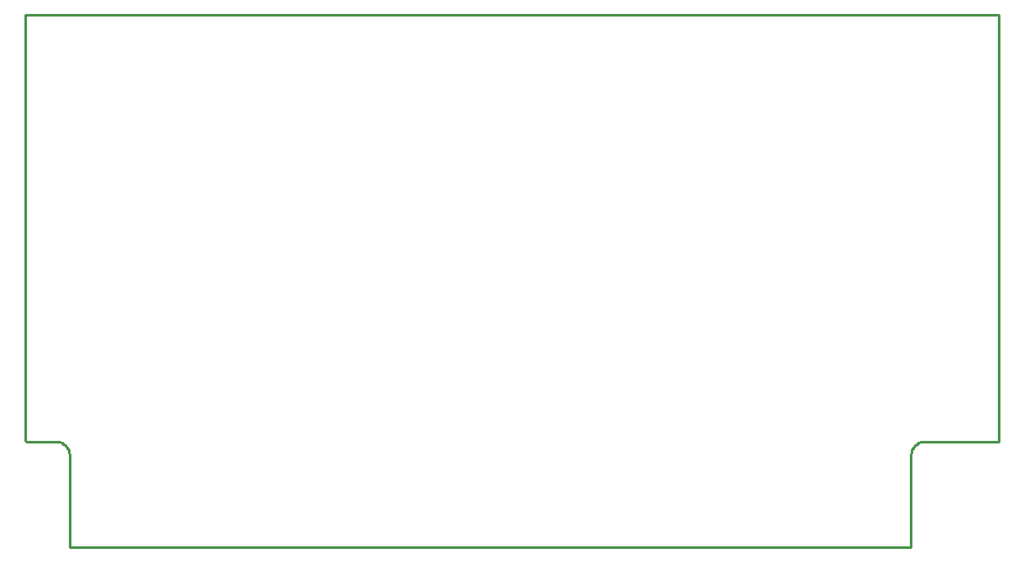
<source format=gm1>
G04 Layer_Color=16711935*
%FSAX24Y24*%
%MOIN*%
G70*
G01*
G75*
%ADD42C,0.0100*%
G54D42*
X017953Y017717D02*
X019124D01*
X019220Y017707D01*
X019312Y017679D01*
X019397Y017634D01*
X019472Y017572D01*
X019533Y017498D01*
X019579Y017413D01*
X019607Y017320D01*
X019616Y017224D01*
X019616Y017224D02*
Y013681D01*
X051801D01*
Y017224D01*
Y013681D01*
X019616D01*
Y017224D01*
X017943Y017756D02*
Y034055D01*
X055157D01*
X055148Y034055D02*
Y017717D01*
X055118Y017717D02*
X052293D01*
X052197Y017707D01*
X052105Y017679D01*
X052020Y017634D01*
X051945Y017572D01*
X051884Y017498D01*
X051839Y017413D01*
X051811Y017320D01*
X051801Y017224D01*
M02*

</source>
